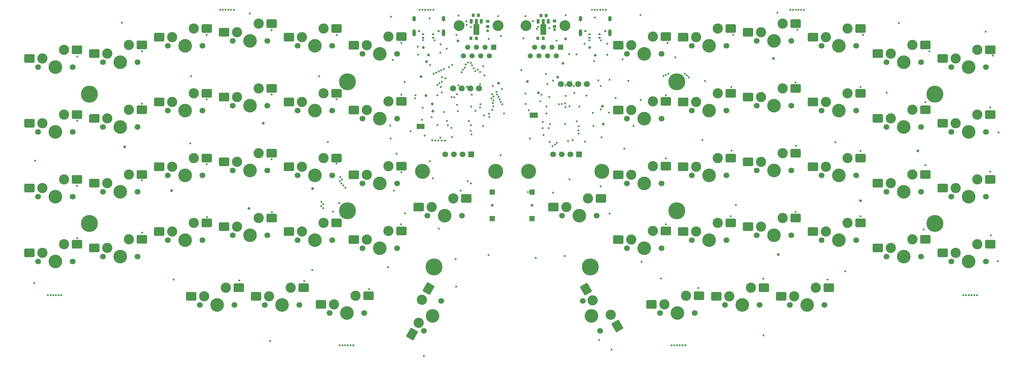
<source format=gbs>
G04 #@! TF.GenerationSoftware,KiCad,Pcbnew,9.0.1*
G04 #@! TF.CreationDate,2025-05-18T12:40:26+12:00*
G04 #@! TF.ProjectId,Koca58,4b6f6361-3538-42e6-9b69-6361645f7063,v1.0.2*
G04 #@! TF.SameCoordinates,Original*
G04 #@! TF.FileFunction,Soldermask,Bot*
G04 #@! TF.FilePolarity,Negative*
%FSLAX46Y46*%
G04 Gerber Fmt 4.6, Leading zero omitted, Abs format (unit mm)*
G04 Created by KiCad (PCBNEW 9.0.1) date 2025-05-18 12:40:26*
%MOMM*%
%LPD*%
G01*
G04 APERTURE LIST*
G04 Aperture macros list*
%AMRoundRect*
0 Rectangle with rounded corners*
0 $1 Rounding radius*
0 $2 $3 $4 $5 $6 $7 $8 $9 X,Y pos of 4 corners*
0 Add a 4 corners polygon primitive as box body*
4,1,4,$2,$3,$4,$5,$6,$7,$8,$9,$2,$3,0*
0 Add four circle primitives for the rounded corners*
1,1,$1+$1,$2,$3*
1,1,$1+$1,$4,$5*
1,1,$1+$1,$6,$7*
1,1,$1+$1,$8,$9*
0 Add four rect primitives between the rounded corners*
20,1,$1+$1,$2,$3,$4,$5,0*
20,1,$1+$1,$4,$5,$6,$7,0*
20,1,$1+$1,$6,$7,$8,$9,0*
20,1,$1+$1,$8,$9,$2,$3,0*%
%AMFreePoly0*
4,1,9,3.862500,-0.866500,0.737500,-0.866500,0.737500,-0.450000,-0.737500,-0.450000,-0.737500,0.450000,0.737500,0.450000,0.737500,0.866500,3.862500,0.866500,3.862500,-0.866500,3.862500,-0.866500,$1*%
G04 Aperture macros list end*
%ADD10C,5.000000*%
%ADD11C,3.200000*%
%ADD12R,1.500000X1.500000*%
%ADD13C,1.500000*%
%ADD14C,4.400000*%
%ADD15C,0.600000*%
%ADD16C,0.650000*%
%ADD17O,1.000000X2.100000*%
%ADD18O,1.000000X1.600000*%
%ADD19R,1.700000X1.700000*%
%ADD20C,1.700000*%
%ADD21C,3.000000*%
%ADD22C,4.000000*%
%ADD23RoundRect,0.250000X1.250000X1.000000X-1.250000X1.000000X-1.250000X-1.000000X1.250000X-1.000000X0*%
%ADD24RoundRect,0.135000X-0.185000X0.135000X-0.185000X-0.135000X0.185000X-0.135000X0.185000X0.135000X0*%
%ADD25RoundRect,0.218750X-0.256250X0.218750X-0.256250X-0.218750X0.256250X-0.218750X0.256250X0.218750X0*%
%ADD26C,1.800000*%
%ADD27R,1.000000X1.500000*%
%ADD28RoundRect,0.225000X0.225000X0.250000X-0.225000X0.250000X-0.225000X-0.250000X0.225000X-0.250000X0*%
%ADD29RoundRect,0.250000X1.491025X-0.582532X0.241025X1.582532X-1.491025X0.582532X-0.241025X-1.582532X0*%
%ADD30RoundRect,0.225000X-0.225000X0.425000X-0.225000X-0.425000X0.225000X-0.425000X0.225000X0.425000X0*%
%ADD31FreePoly0,270.000000*%
%ADD32RoundRect,0.250000X-0.241025X1.582532X-1.491025X-0.582532X0.241025X-1.582532X1.491025X0.582532X0*%
%ADD33C,0.800000*%
G04 APERTURE END LIST*
G36*
X210650000Y-121550000D02*
G01*
X210350000Y-121550000D01*
X210350000Y-123050000D01*
X210650000Y-123050000D01*
X210650000Y-121550000D01*
G37*
G36*
X177100000Y-126325000D02*
G01*
X177400000Y-126325000D01*
X177400000Y-124825000D01*
X177100000Y-124825000D01*
X177100000Y-126325000D01*
G37*
D10*
X80000000Y-116150000D03*
X227056000Y-166950000D03*
D11*
X219671000Y-95950000D03*
X208241000Y-95950000D03*
D12*
X218401000Y-102300000D03*
D13*
X217131000Y-104840000D03*
X215861000Y-102300000D03*
X214591000Y-104840000D03*
X213321000Y-102300000D03*
X212051000Y-104840000D03*
X210781000Y-102300000D03*
X209511000Y-104840000D03*
D14*
X177800000Y-138800000D03*
D10*
X181200000Y-166950000D03*
D15*
X122414800Y-91287600D03*
X121614800Y-91287600D03*
X120814800Y-91287600D03*
X120014800Y-91287600D03*
X119214800Y-91287600D03*
X118414800Y-91287600D03*
D10*
X155800000Y-150450000D03*
D16*
X231446000Y-97600000D03*
X225666000Y-97600000D03*
D17*
X232876000Y-98130000D03*
D18*
X232876000Y-93950000D03*
D17*
X224236000Y-98130000D03*
D18*
X224236000Y-93950000D03*
D10*
X328256000Y-116150000D03*
X80000000Y-154150000D03*
D15*
X180987600Y-91287600D03*
X180187600Y-91287600D03*
X179387600Y-91287600D03*
X178587600Y-91287600D03*
X177787600Y-91287600D03*
X176987600Y-91287600D03*
D10*
X252456000Y-150450000D03*
D14*
X230456000Y-138800000D03*
D15*
X250926800Y-189992000D03*
X251726800Y-189992000D03*
X252526800Y-189992000D03*
X253326800Y-189992000D03*
X254126800Y-189992000D03*
X254926800Y-189992000D03*
D10*
X252456000Y-112450000D03*
D19*
X223766000Y-133800000D03*
D20*
X221226000Y-133800000D03*
X218686000Y-133800000D03*
X216146000Y-133800000D03*
D15*
X289813600Y-91287600D03*
X289013600Y-91287600D03*
X288213600Y-91287600D03*
X287413600Y-91287600D03*
X286613600Y-91287600D03*
X285813600Y-91287600D03*
D16*
X182590000Y-97600000D03*
X176810000Y-97600000D03*
D17*
X184020000Y-98130000D03*
D18*
X184020000Y-93950000D03*
D17*
X175380000Y-98130000D03*
D18*
X175380000Y-93950000D03*
D14*
X208956000Y-138800000D03*
D15*
X67831200Y-175260000D03*
X68631200Y-175260000D03*
X69431200Y-175260000D03*
X70231200Y-175260000D03*
X71031200Y-175260000D03*
X71831200Y-175260000D03*
D10*
X155800000Y-112450000D03*
D15*
X336639200Y-175260000D03*
X337439200Y-175260000D03*
X338239200Y-175260000D03*
X339039200Y-175260000D03*
X339839200Y-175260000D03*
X340639200Y-175260000D03*
X153518000Y-189992000D03*
X154318000Y-189992000D03*
X155118000Y-189992000D03*
X155918000Y-189992000D03*
X156718000Y-189992000D03*
X157518000Y-189992000D03*
D10*
X328256000Y-154150000D03*
D14*
X199300000Y-138800000D03*
D11*
X200015000Y-95950000D03*
X188585000Y-95950000D03*
D12*
X198745000Y-102300000D03*
D13*
X197475000Y-104840000D03*
X196205000Y-102300000D03*
X194935000Y-104840000D03*
X193665000Y-102300000D03*
X192395000Y-104840000D03*
X191125000Y-102300000D03*
X189855000Y-104840000D03*
D19*
X192110000Y-133800000D03*
D20*
X189570000Y-133800000D03*
X187030000Y-133800000D03*
X184490000Y-133800000D03*
D15*
X231616000Y-91288400D03*
X230816000Y-91288400D03*
X230016000Y-91288400D03*
X229216000Y-91288400D03*
X228416000Y-91288400D03*
X227616000Y-91288400D03*
D20*
X305186000Y-101900000D03*
D21*
X302646000Y-96820000D03*
D22*
X300106000Y-101900000D03*
D21*
X296296000Y-99360000D03*
D20*
X295026000Y-101900000D03*
D23*
X292486000Y-99360000D03*
X306456000Y-96820000D03*
D20*
X276786000Y-178100000D03*
D21*
X274246000Y-173020000D03*
D22*
X271706000Y-178100000D03*
D21*
X267896000Y-175560000D03*
D20*
X266626000Y-178100000D03*
D23*
X264086000Y-175560000D03*
X278056000Y-173020000D03*
D20*
X228986000Y-151850000D03*
D21*
X226446000Y-146770000D03*
D22*
X223906000Y-151850000D03*
D21*
X220096000Y-149310000D03*
D20*
X218826000Y-151850000D03*
D23*
X216286000Y-149310000D03*
X230256000Y-146770000D03*
D20*
X94180000Y-144850000D03*
D21*
X91640000Y-139770000D03*
D22*
X89100000Y-144850000D03*
D21*
X85290000Y-142310000D03*
D20*
X84020000Y-144850000D03*
D23*
X81480000Y-142310000D03*
X95450000Y-139770000D03*
D20*
X132280000Y-119550000D03*
D21*
X129740000Y-114470000D03*
D22*
X127200000Y-119550000D03*
D21*
X123390000Y-117010000D03*
D20*
X122120000Y-119550000D03*
D23*
X119580000Y-117010000D03*
X133550000Y-114470000D03*
D20*
X132280000Y-138600000D03*
D21*
X129740000Y-133520000D03*
D22*
X127200000Y-138600000D03*
D21*
X123390000Y-136060000D03*
D20*
X122120000Y-138600000D03*
D23*
X119580000Y-136060000D03*
X133550000Y-133520000D03*
D20*
X170380000Y-142400000D03*
D21*
X167840000Y-137320000D03*
D22*
X165300000Y-142400000D03*
D21*
X161490000Y-139860000D03*
D20*
X160220000Y-142400000D03*
D23*
X157680000Y-139860000D03*
X171650000Y-137320000D03*
D20*
X94180000Y-106750000D03*
D21*
X91640000Y-101670000D03*
D22*
X89100000Y-106750000D03*
D21*
X85290000Y-104210000D03*
D20*
X84020000Y-106750000D03*
D23*
X81480000Y-104210000D03*
X95450000Y-101670000D03*
D20*
X75130000Y-146300000D03*
D21*
X72590000Y-141220000D03*
D22*
X70050000Y-146300000D03*
D21*
X66240000Y-143760000D03*
D20*
X64970000Y-146300000D03*
D23*
X62430000Y-143760000D03*
X76400000Y-141220000D03*
D20*
X151330000Y-120950000D03*
D21*
X148790000Y-115870000D03*
D22*
X146250000Y-120950000D03*
D21*
X142440000Y-118410000D03*
D20*
X141170000Y-120950000D03*
D23*
X138630000Y-118410000D03*
X152600000Y-115870000D03*
D20*
X267086000Y-101900000D03*
D21*
X264546000Y-96820000D03*
D22*
X262006000Y-101900000D03*
D21*
X258196000Y-99360000D03*
D20*
X256926000Y-101900000D03*
D23*
X254386000Y-99360000D03*
X268356000Y-96820000D03*
D20*
X267086000Y-159050000D03*
D21*
X264546000Y-153970000D03*
D22*
X262006000Y-159050000D03*
D21*
X258196000Y-156510000D03*
D20*
X256926000Y-159050000D03*
D23*
X254386000Y-156510000D03*
X268356000Y-153970000D03*
D24*
X226806000Y-98535000D03*
X226806000Y-99555000D03*
D25*
X216600000Y-94662500D03*
X216600000Y-96237500D03*
D20*
X132280000Y-157650000D03*
D21*
X129740000Y-152570000D03*
D22*
X127200000Y-157650000D03*
D21*
X123390000Y-155110000D03*
D20*
X122120000Y-157650000D03*
D23*
X119580000Y-155110000D03*
X133550000Y-152570000D03*
D20*
X113230000Y-120950000D03*
D21*
X110690000Y-115870000D03*
D22*
X108150000Y-120950000D03*
D21*
X104340000Y-118410000D03*
D20*
X103070000Y-120950000D03*
D23*
X100530000Y-118410000D03*
X114500000Y-115870000D03*
D20*
X305186000Y-120950000D03*
D21*
X302646000Y-115870000D03*
D22*
X300106000Y-120950000D03*
D21*
X296296000Y-118410000D03*
D20*
X295026000Y-120950000D03*
D23*
X292486000Y-118410000D03*
X306456000Y-115870000D03*
D20*
X170380000Y-123350000D03*
D21*
X167840000Y-118270000D03*
D22*
X165300000Y-123350000D03*
D21*
X161490000Y-120810000D03*
D20*
X160220000Y-123350000D03*
D23*
X157680000Y-120810000D03*
X171650000Y-118270000D03*
D20*
X286136000Y-100500000D03*
D21*
X283596000Y-95420000D03*
D22*
X281056000Y-100500000D03*
D21*
X277246000Y-97960000D03*
D20*
X275976000Y-100500000D03*
D23*
X273436000Y-97960000D03*
X287406000Y-95420000D03*
D24*
X180950000Y-98535000D03*
X180950000Y-99555000D03*
D20*
X122580000Y-178100000D03*
D21*
X120040000Y-173020000D03*
D22*
X117500000Y-178100000D03*
D21*
X113690000Y-175560000D03*
D20*
X112420000Y-178100000D03*
D23*
X109880000Y-175560000D03*
X123850000Y-173020000D03*
D26*
X218480000Y-113150000D03*
X221020000Y-113150000D03*
X223560000Y-113150000D03*
X226100000Y-113150000D03*
D20*
X189430000Y-151850000D03*
D21*
X186890000Y-146770000D03*
D22*
X184350000Y-151850000D03*
D21*
X180540000Y-149310000D03*
D20*
X179270000Y-151850000D03*
D23*
X176730000Y-149310000D03*
X190700000Y-146770000D03*
D20*
X324236000Y-144850000D03*
D21*
X321696000Y-139770000D03*
D22*
X319156000Y-144850000D03*
D21*
X315346000Y-142310000D03*
D20*
X314076000Y-144850000D03*
D23*
X311536000Y-142310000D03*
X325506000Y-139770000D03*
D27*
X211150000Y-122300000D03*
X209850000Y-122300000D03*
D20*
X343286000Y-146300000D03*
D21*
X340746000Y-141220000D03*
D22*
X338206000Y-146300000D03*
D21*
X334396000Y-143760000D03*
D20*
X333126000Y-146300000D03*
D23*
X330586000Y-143760000D03*
X344556000Y-141220000D03*
D20*
X248036000Y-104300000D03*
D21*
X245496000Y-99220000D03*
D22*
X242956000Y-104300000D03*
D21*
X239146000Y-101760000D03*
D20*
X237876000Y-104300000D03*
D23*
X235336000Y-101760000D03*
X249306000Y-99220000D03*
D28*
X213250000Y-99725000D03*
X211700000Y-99725000D03*
D20*
X132280000Y-100500000D03*
D21*
X129740000Y-95420000D03*
D22*
X127200000Y-100500000D03*
D21*
X123390000Y-97960000D03*
D20*
X122120000Y-100500000D03*
D23*
X119580000Y-97960000D03*
X133550000Y-95420000D03*
D26*
X186820000Y-114400000D03*
X189360000Y-114400000D03*
X191900000Y-114400000D03*
X194440000Y-114400000D03*
D20*
X286136000Y-157650000D03*
D21*
X283596000Y-152570000D03*
D22*
X281056000Y-157650000D03*
D21*
X277246000Y-155110000D03*
D20*
X275976000Y-157650000D03*
D23*
X273436000Y-155110000D03*
X287406000Y-152570000D03*
D20*
X257736000Y-180500000D03*
D21*
X255196000Y-175420000D03*
D22*
X252656000Y-180500000D03*
D21*
X248846000Y-177960000D03*
D20*
X247576000Y-180500000D03*
D23*
X245036000Y-177960000D03*
X259006000Y-175420000D03*
D20*
X248036000Y-123350000D03*
D21*
X245496000Y-118270000D03*
D22*
X242956000Y-123350000D03*
D21*
X239146000Y-120810000D03*
D20*
X237876000Y-123350000D03*
D23*
X235336000Y-120810000D03*
X249306000Y-118270000D03*
D20*
X151330000Y-140000000D03*
D21*
X148790000Y-134920000D03*
D22*
X146250000Y-140000000D03*
D21*
X142440000Y-137460000D03*
D20*
X141170000Y-140000000D03*
D23*
X138630000Y-137460000D03*
X152600000Y-134920000D03*
D20*
X324236000Y-106750000D03*
D21*
X321696000Y-101670000D03*
D22*
X319156000Y-106750000D03*
D21*
X315346000Y-104210000D03*
D20*
X314076000Y-106750000D03*
D23*
X311536000Y-104210000D03*
X325506000Y-101670000D03*
D20*
X94180000Y-163900000D03*
D21*
X91640000Y-158820000D03*
D22*
X89100000Y-163900000D03*
D21*
X85290000Y-161360000D03*
D20*
X84020000Y-163900000D03*
D23*
X81480000Y-161360000D03*
X95450000Y-158820000D03*
D20*
X141630000Y-178100000D03*
D21*
X139090000Y-173020000D03*
D22*
X136550000Y-178100000D03*
D21*
X132740000Y-175560000D03*
D20*
X131470000Y-178100000D03*
D23*
X128930000Y-175560000D03*
X142900000Y-173020000D03*
D20*
X113230000Y-140000000D03*
D21*
X110690000Y-134920000D03*
D22*
X108150000Y-140000000D03*
D21*
X104340000Y-137460000D03*
D20*
X103070000Y-140000000D03*
D23*
X100530000Y-137460000D03*
X114500000Y-134920000D03*
D20*
X248036000Y-142400000D03*
D21*
X245496000Y-137320000D03*
D22*
X242956000Y-142400000D03*
D21*
X239146000Y-139860000D03*
D20*
X237876000Y-142400000D03*
D23*
X235336000Y-139860000D03*
X249306000Y-137320000D03*
D25*
X196925000Y-94700000D03*
X196925000Y-96275000D03*
D28*
X214150000Y-92975000D03*
X212600000Y-92975000D03*
D20*
X229996000Y-185699409D03*
D21*
X233125409Y-180959705D03*
D22*
X227456000Y-181300000D03*
D21*
X227750705Y-176730443D03*
D20*
X224916000Y-176900591D03*
D29*
X225845705Y-173430886D03*
X235030409Y-184259261D03*
D20*
X295836000Y-178100000D03*
D21*
X293296000Y-173020000D03*
D22*
X290756000Y-178100000D03*
D21*
X286946000Y-175560000D03*
D20*
X285676000Y-178100000D03*
D23*
X283136000Y-175560000D03*
X297106000Y-173020000D03*
D20*
X286136000Y-138600000D03*
D21*
X283596000Y-133520000D03*
D22*
X281056000Y-138600000D03*
D21*
X277246000Y-136060000D03*
D20*
X275976000Y-138600000D03*
D23*
X273436000Y-136060000D03*
X287406000Y-133520000D03*
D20*
X267086000Y-140000000D03*
D21*
X264546000Y-134920000D03*
D22*
X262006000Y-140000000D03*
D21*
X258196000Y-137460000D03*
D20*
X256926000Y-140000000D03*
D23*
X254386000Y-137460000D03*
X268356000Y-134920000D03*
D30*
X211762500Y-94725000D03*
D31*
X213262500Y-94812500D03*
D30*
X214762500Y-94725000D03*
D20*
X343286000Y-108200000D03*
D21*
X340746000Y-103120000D03*
D22*
X338206000Y-108200000D03*
D21*
X334396000Y-105660000D03*
D20*
X333126000Y-108200000D03*
D23*
X330586000Y-105660000D03*
X344556000Y-103120000D03*
D24*
X177950000Y-98535000D03*
X177950000Y-99555000D03*
D12*
X198300000Y-152700000D03*
X198300000Y-144900000D03*
D20*
X305186000Y-159050000D03*
D21*
X302646000Y-153970000D03*
D22*
X300106000Y-159050000D03*
D21*
X296296000Y-156510000D03*
D20*
X295026000Y-159050000D03*
D23*
X292486000Y-156510000D03*
X306456000Y-153970000D03*
D20*
X113230000Y-101900000D03*
D21*
X110690000Y-96820000D03*
D22*
X108150000Y-101900000D03*
D21*
X104340000Y-99360000D03*
D20*
X103070000Y-101900000D03*
D23*
X100530000Y-99360000D03*
X114500000Y-96820000D03*
D20*
X286136000Y-119550000D03*
D21*
X283596000Y-114470000D03*
D22*
X281056000Y-119550000D03*
D21*
X277246000Y-117010000D03*
D20*
X275976000Y-119550000D03*
D23*
X273436000Y-117010000D03*
X287406000Y-114470000D03*
D20*
X183340000Y-176900591D03*
D21*
X177670591Y-176560295D03*
D22*
X180800000Y-181300000D03*
D21*
X176695295Y-183329557D03*
D20*
X178260000Y-185699409D03*
D32*
X174790295Y-186629114D03*
X179575591Y-173260739D03*
D20*
X75130000Y-165350000D03*
D21*
X72590000Y-160270000D03*
D22*
X70050000Y-165350000D03*
D21*
X66240000Y-162810000D03*
D20*
X64970000Y-165350000D03*
D23*
X62430000Y-162810000D03*
X76400000Y-160270000D03*
D20*
X343286000Y-127250000D03*
D21*
X340746000Y-122170000D03*
D22*
X338206000Y-127250000D03*
D21*
X334396000Y-124710000D03*
D20*
X333126000Y-127250000D03*
D23*
X330586000Y-124710000D03*
X344556000Y-122170000D03*
D20*
X75130000Y-127250000D03*
D21*
X72590000Y-122170000D03*
D22*
X70050000Y-127250000D03*
D21*
X66240000Y-124710000D03*
D20*
X64970000Y-127250000D03*
D23*
X62430000Y-124710000D03*
X76400000Y-122170000D03*
D20*
X151330000Y-101900000D03*
D21*
X148790000Y-96820000D03*
D22*
X146250000Y-101900000D03*
D21*
X142440000Y-99360000D03*
D20*
X141170000Y-101900000D03*
D23*
X138630000Y-99360000D03*
X152600000Y-96820000D03*
D20*
X324236000Y-125800000D03*
D21*
X321696000Y-120720000D03*
D22*
X319156000Y-125800000D03*
D21*
X315346000Y-123260000D03*
D20*
X314076000Y-125800000D03*
D23*
X311536000Y-123260000D03*
X325506000Y-120720000D03*
D28*
X193600000Y-99700000D03*
X192050000Y-99700000D03*
D20*
X324236000Y-163900000D03*
D21*
X321696000Y-158820000D03*
D22*
X319156000Y-163900000D03*
D21*
X315346000Y-161360000D03*
D20*
X314076000Y-163900000D03*
D23*
X311536000Y-161360000D03*
X325506000Y-158820000D03*
D20*
X170380000Y-161450000D03*
D21*
X167840000Y-156370000D03*
D22*
X165300000Y-161450000D03*
D21*
X161490000Y-158910000D03*
D20*
X160220000Y-161450000D03*
D23*
X157680000Y-158910000D03*
X171650000Y-156370000D03*
D20*
X170380000Y-104300000D03*
D21*
X167840000Y-99220000D03*
D22*
X165300000Y-104300000D03*
D21*
X161490000Y-101760000D03*
D20*
X160220000Y-104300000D03*
D23*
X157680000Y-101760000D03*
X171650000Y-99220000D03*
D20*
X248036000Y-161450000D03*
D21*
X245496000Y-156370000D03*
D22*
X242956000Y-161450000D03*
D21*
X239146000Y-158910000D03*
D20*
X237876000Y-161450000D03*
D23*
X235336000Y-158910000D03*
X249306000Y-156370000D03*
D20*
X75130000Y-108200000D03*
D21*
X72590000Y-103120000D03*
D22*
X70050000Y-108200000D03*
D21*
X66240000Y-105660000D03*
D20*
X64970000Y-108200000D03*
D23*
X62430000Y-105660000D03*
X76400000Y-103120000D03*
D12*
X209956000Y-152700000D03*
X209956000Y-144900000D03*
D20*
X151330000Y-159050000D03*
D21*
X148790000Y-153970000D03*
D22*
X146250000Y-159050000D03*
D21*
X142440000Y-156510000D03*
D20*
X141170000Y-159050000D03*
D23*
X138630000Y-156510000D03*
X152600000Y-153970000D03*
D27*
X176600000Y-125575000D03*
X177900000Y-125575000D03*
D20*
X267086000Y-120950000D03*
D21*
X264546000Y-115870000D03*
D22*
X262006000Y-120950000D03*
D21*
X258196000Y-118410000D03*
D20*
X256926000Y-120950000D03*
D23*
X254386000Y-118410000D03*
X268356000Y-115870000D03*
D20*
X94180000Y-125800000D03*
D21*
X91640000Y-120720000D03*
D22*
X89100000Y-125800000D03*
D21*
X85290000Y-123260000D03*
D20*
X84020000Y-125800000D03*
D23*
X81480000Y-123260000D03*
X95450000Y-120720000D03*
D20*
X160680000Y-180500000D03*
D21*
X158140000Y-175420000D03*
D22*
X155600000Y-180500000D03*
D21*
X151790000Y-177960000D03*
D20*
X150520000Y-180500000D03*
D23*
X147980000Y-177960000D03*
X161950000Y-175420000D03*
D28*
X194250000Y-92950000D03*
X192700000Y-92950000D03*
D24*
X229806000Y-98535000D03*
X229806000Y-99555000D03*
D20*
X305186000Y-140000000D03*
D21*
X302646000Y-134920000D03*
D22*
X300106000Y-140000000D03*
D21*
X296296000Y-137460000D03*
D20*
X295026000Y-140000000D03*
D23*
X292486000Y-137460000D03*
X306456000Y-134920000D03*
D30*
X192100000Y-94675000D03*
D31*
X193600000Y-94762500D03*
D30*
X195100000Y-94675000D03*
D20*
X343286000Y-165350000D03*
D21*
X340746000Y-160270000D03*
D22*
X338206000Y-165350000D03*
D21*
X334396000Y-162810000D03*
D20*
X333126000Y-165350000D03*
D23*
X330586000Y-162810000D03*
X344556000Y-160270000D03*
D20*
X113230000Y-159050000D03*
D21*
X110690000Y-153970000D03*
D22*
X108150000Y-159050000D03*
D21*
X104340000Y-156510000D03*
D20*
X103070000Y-159050000D03*
D23*
X100530000Y-156510000D03*
X114500000Y-153970000D03*
D15*
X175780000Y-116440000D03*
X200870000Y-99010000D03*
D33*
X188210000Y-100450000D03*
X219832107Y-99867893D03*
D15*
X189100000Y-144530000D03*
X182650000Y-155690000D03*
X216140000Y-145090000D03*
X234560000Y-117200000D03*
X230370000Y-128790000D03*
X228010000Y-125470000D03*
X222410000Y-115750000D03*
X223020000Y-104470000D03*
X228190000Y-106360000D03*
D33*
X209980000Y-148790000D03*
X198330000Y-148850000D03*
D15*
X175615600Y-117348000D03*
D33*
X178816000Y-116535200D03*
D15*
X187830000Y-98670000D03*
X197231000Y-163449000D03*
X184890000Y-102750000D03*
X183080000Y-103950000D03*
X198500000Y-113650000D03*
X64109600Y-135686800D03*
X198312500Y-120787500D03*
X192125600Y-119735600D03*
D33*
X180644800Y-119024400D03*
D15*
X200075000Y-93225000D03*
X172720000Y-151180800D03*
X180050000Y-107550000D03*
X178206400Y-193192400D03*
X191410000Y-124000000D03*
X169418000Y-144526000D03*
X187502800Y-164642800D03*
X186385200Y-126034800D03*
X170180000Y-133654800D03*
X172516800Y-112547400D03*
X168300400Y-125323600D03*
X89560400Y-95148400D03*
X180850000Y-140850000D03*
X184979000Y-124002800D03*
X190650000Y-94680000D03*
X176470000Y-102130000D03*
D33*
X200200000Y-112875001D03*
D15*
X133096000Y-188671200D03*
X147523200Y-110845600D03*
X109880400Y-110845600D03*
X109677200Y-130606800D03*
D33*
X145542000Y-143865600D03*
D15*
X177925000Y-120150000D03*
X150012400Y-130149600D03*
X192000000Y-125300000D03*
X174375000Y-127050000D03*
X195975000Y-110625000D03*
D33*
X104140000Y-144475200D03*
D15*
X190770000Y-95760000D03*
D33*
X126847600Y-149758400D03*
D15*
X176525000Y-104550000D03*
X186525000Y-107525000D03*
X104698800Y-170688000D03*
D33*
X178075000Y-102400000D03*
D15*
X188400000Y-93000000D03*
X200710800Y-134112000D03*
X187960000Y-119278400D03*
X63804800Y-171704000D03*
X191920000Y-126910000D03*
X201750000Y-121800000D03*
X178511200Y-128320800D03*
X195650000Y-107950000D03*
X192278000Y-116332000D03*
X186537600Y-128727200D03*
X192170000Y-127990000D03*
X168503600Y-129184400D03*
X201200000Y-114600000D03*
X179950000Y-93900000D03*
X187960000Y-116128800D03*
X180492400Y-122936000D03*
X127050800Y-92456000D03*
X168605200Y-93319600D03*
X151536400Y-150672800D03*
X183140000Y-101450000D03*
D33*
X131064000Y-124714000D03*
D15*
X167700000Y-167050000D03*
X192040000Y-96410000D03*
X195681600Y-125526800D03*
D33*
X90373200Y-131622800D03*
D15*
X169062400Y-106070400D03*
X145491200Y-167843200D03*
X197250000Y-99875000D03*
X183074000Y-128905000D03*
X188350000Y-113500000D03*
X190804800Y-113893600D03*
X193357955Y-121065918D03*
X195834000Y-122377200D03*
X177749200Y-123675000D03*
X186334400Y-117000000D03*
X182168800Y-116450000D03*
X215036400Y-116941600D03*
X212394800Y-118262400D03*
X76450000Y-105000000D03*
X181135711Y-110125000D03*
X189344000Y-109664634D03*
X181866279Y-109775000D03*
X189700716Y-108948562D03*
X95500000Y-103500000D03*
X190239205Y-108356925D03*
X182612638Y-109425000D03*
X114500000Y-98650000D03*
X183349429Y-109075278D03*
X190550000Y-107400000D03*
X133550000Y-97350000D03*
X184068671Y-108725000D03*
X191150000Y-106800000D03*
X152650000Y-98800000D03*
X192050000Y-106860000D03*
X171650000Y-101050000D03*
X185572400Y-108150000D03*
X199600000Y-115450000D03*
X76450000Y-123900000D03*
X183235600Y-114025000D03*
X95450000Y-118950000D03*
X194027039Y-108933513D03*
X182770225Y-112875000D03*
X194700000Y-109650000D03*
X114500000Y-117650000D03*
X182214011Y-113450000D03*
X133550000Y-116200000D03*
X183489600Y-112525000D03*
X193344000Y-109350000D03*
X184550000Y-111500000D03*
X152600000Y-117650000D03*
X192844000Y-108550000D03*
X183550000Y-111100000D03*
X171650000Y-116300000D03*
X192344000Y-107700000D03*
X198476053Y-118786012D03*
X76400000Y-143050000D03*
X201220685Y-119084063D03*
X200838683Y-118381156D03*
X198625000Y-118000000D03*
X95450000Y-141450000D03*
X198051167Y-117378429D03*
X114500000Y-136700000D03*
X200516992Y-117648681D03*
X198625000Y-116816133D03*
X133550000Y-135300000D03*
X200145905Y-116939950D03*
X152600000Y-136500000D03*
X198268413Y-116100000D03*
X199775000Y-116231125D03*
X171650000Y-139050000D03*
X76454000Y-158496000D03*
X148132800Y-147825000D03*
X153670000Y-140462000D03*
X154200785Y-141151998D03*
X95504000Y-156845000D03*
X148691600Y-148437600D03*
X114554000Y-152273000D03*
X148107400Y-149047200D03*
X153570998Y-141726998D03*
X133604000Y-150876000D03*
X194758000Y-119989413D03*
X154051000Y-142367000D03*
X197485000Y-122809000D03*
X148656959Y-149628568D03*
X154619000Y-142996998D03*
X197358000Y-121860000D03*
X194831025Y-119112975D03*
X153350000Y-148175000D03*
X171577000Y-154432000D03*
X155194000Y-143637000D03*
X183515000Y-129755000D03*
X124079000Y-170942000D03*
X191135000Y-141732000D03*
X192024000Y-142367000D03*
X143129000Y-171069000D03*
X184404000Y-129755000D03*
X162179000Y-173482000D03*
X182499000Y-129755000D03*
X187706000Y-172720000D03*
X181610000Y-129755000D03*
X180721000Y-129667000D03*
X249809000Y-101092000D03*
D33*
X180850000Y-121100000D03*
D15*
X182175000Y-125175000D03*
D33*
X179000000Y-106575000D03*
D15*
X185216800Y-125272800D03*
X179984400Y-135839200D03*
X194767200Y-113284000D03*
X198625000Y-119657821D03*
D33*
X177350000Y-110925000D03*
D15*
X269113000Y-98679000D03*
X225600000Y-130079000D03*
X287909000Y-97155000D03*
X307213000Y-98679000D03*
X326644000Y-103505000D03*
X177950000Y-100225000D03*
X181325000Y-100275000D03*
X345313000Y-104775000D03*
X249301000Y-116459000D03*
X256006600Y-111252000D03*
X248564400Y-110786000D03*
X268478000Y-114046000D03*
X249301000Y-110436000D03*
X255447800Y-110642400D03*
X287401000Y-112649000D03*
X250063000Y-110086000D03*
X306451000Y-114046000D03*
X254863600Y-110086000D03*
X325501000Y-118491000D03*
X344551000Y-120015000D03*
X249301000Y-135001000D03*
X268605000Y-132715000D03*
X287528000Y-131318000D03*
X306451000Y-132842000D03*
X325501000Y-137033000D03*
X344551000Y-138938000D03*
X249301000Y-154432000D03*
X268351000Y-152019000D03*
X287401000Y-150749000D03*
X306451000Y-152019000D03*
X324993000Y-155956000D03*
X344678000Y-157607000D03*
X230124000Y-143256000D03*
X229743000Y-188468000D03*
X216027000Y-131445000D03*
X258826000Y-173101000D03*
X217816733Y-119063094D03*
X218694000Y-118999000D03*
X216662000Y-130937000D03*
X277876000Y-170434000D03*
X217297000Y-130429000D03*
X219710000Y-118872000D03*
X296799000Y-170688000D03*
X219805117Y-113601744D03*
X222278278Y-113763794D03*
X220957000Y-119657000D03*
X219762500Y-119962500D03*
X213100000Y-124275000D03*
X208800000Y-144900000D03*
X213100000Y-126100000D03*
X209075000Y-120875000D03*
X317703200Y-95250000D03*
X260756400Y-112217200D03*
X269875000Y-148725000D03*
X343154000Y-97790000D03*
X220975000Y-141225000D03*
D33*
X280873200Y-105613200D03*
D15*
X216154000Y-112166400D03*
X223875600Y-119811800D03*
X227838000Y-121666000D03*
X207450000Y-99675000D03*
X206875000Y-109025000D03*
X215265000Y-124968000D03*
X236575600Y-105918000D03*
X232613200Y-121564400D03*
D33*
X208610414Y-112387500D03*
D15*
X208100000Y-119025000D03*
X217200000Y-100400000D03*
X346964000Y-127355600D03*
X223075000Y-124125000D03*
X221950000Y-129575000D03*
D33*
X219075000Y-107061000D03*
D15*
X219506800Y-163728400D03*
X232765600Y-151231600D03*
X241858800Y-117805200D03*
X225958400Y-116586000D03*
X232765600Y-111912400D03*
X247802400Y-170332400D03*
X225350000Y-101300000D03*
X220890000Y-104330000D03*
X211380000Y-96880000D03*
X215138000Y-130175000D03*
X239776000Y-125476000D03*
X214225000Y-119800000D03*
X211790000Y-96290000D03*
X252095000Y-105308400D03*
X220600000Y-129900000D03*
D33*
X226943543Y-102452865D03*
D15*
X214475000Y-113200000D03*
X238252000Y-112268000D03*
X301955200Y-168198800D03*
D33*
X323240400Y-132791200D03*
D15*
X223725000Y-127725000D03*
X210230000Y-94630000D03*
X211074000Y-164211000D03*
X212750000Y-116300000D03*
X219875000Y-92925000D03*
X223700000Y-125550000D03*
X219900000Y-116620000D03*
X228450000Y-93625000D03*
X208025000Y-115925000D03*
X215075000Y-96775000D03*
X233324400Y-191211200D03*
X213360000Y-128143000D03*
X230136000Y-120650000D03*
D33*
X306374800Y-147421600D03*
D15*
X282041600Y-92151200D03*
X237075000Y-132125000D03*
X208050000Y-93150000D03*
X223575000Y-126775000D03*
X230124000Y-113800000D03*
X232050000Y-104500000D03*
X232120000Y-101310000D03*
X241808000Y-92811600D03*
X277977600Y-187045600D03*
X209375000Y-129175000D03*
X299008800Y-130302000D03*
X219725000Y-124875000D03*
X260045200Y-129590800D03*
X242115230Y-165437851D03*
X314147200Y-115722400D03*
X346710000Y-165252400D03*
D33*
X282295600Y-163271200D03*
D15*
X214075000Y-110225000D03*
X188225000Y-121160000D03*
X184251600Y-121412000D03*
X187133622Y-117035327D03*
X183438800Y-115620800D03*
D33*
X196925000Y-97500000D03*
X179625000Y-104625000D03*
X216625000Y-97200000D03*
X228500000Y-104725000D03*
D15*
X230175000Y-100270002D03*
X226800000Y-100275000D03*
D33*
X217525600Y-111125000D03*
D15*
X214200000Y-121800000D03*
D33*
X211850000Y-115700000D03*
D15*
X229450000Y-112050000D03*
X214900000Y-126100000D03*
D33*
X230632000Y-119700000D03*
X230886000Y-124968000D03*
M02*

</source>
